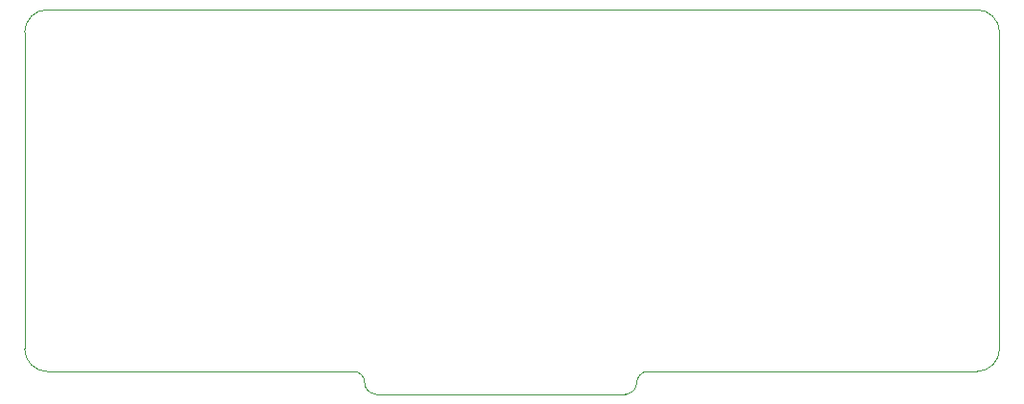
<source format=gm1>
G04 #@! TF.GenerationSoftware,KiCad,Pcbnew,9.0.1-rc2*
G04 #@! TF.CreationDate,2025-11-09T15:09:06-08:00*
G04 #@! TF.ProjectId,bsl_drv_v1,62736c5f-6472-4765-9f76-312e6b696361,rev?*
G04 #@! TF.SameCoordinates,Original*
G04 #@! TF.FileFunction,Profile,NP*
%FSLAX46Y46*%
G04 Gerber Fmt 4.6, Leading zero omitted, Abs format (unit mm)*
G04 Created by KiCad (PCBNEW 9.0.1-rc2) date 2025-11-09 15:09:06*
%MOMM*%
%LPD*%
G01*
G04 APERTURE LIST*
G04 #@! TA.AperFunction,Profile*
%ADD10C,0.050000*%
G04 #@! TD*
G04 APERTURE END LIST*
D10*
X124000000Y-85500000D02*
G75*
G02*
X125999999Y-87499999I-1J-2000000D01*
G01*
X69000000Y-117499998D02*
X42000000Y-117499999D01*
X125999999Y-87500000D02*
X126000000Y-115500000D01*
X94000001Y-118500000D02*
G75*
G02*
X93000000Y-119500001I-1000000J-1D01*
G01*
X69000000Y-117499998D02*
G75*
G02*
X70000000Y-118499999I0J-1000000D01*
G01*
X40000001Y-115499999D02*
X40000000Y-87499999D01*
X93000000Y-119500000D02*
X71000001Y-119500001D01*
X71000001Y-119500001D02*
G75*
G02*
X69999999Y-118500000I-1J1000001D01*
G01*
X42000000Y-85500000D02*
X124000000Y-85500000D01*
X42000000Y-117500000D02*
G75*
G02*
X39999999Y-115499999I0J2000001D01*
G01*
X124000000Y-117499999D02*
X95000000Y-117499999D01*
X40000000Y-87499999D02*
G75*
G02*
X42000000Y-85499999I2000000J0D01*
G01*
X126000000Y-115499999D02*
G75*
G02*
X123999999Y-117500000I-2000001J0D01*
G01*
X94000000Y-118500000D02*
G75*
G02*
X95000001Y-117499998I1000001J1D01*
G01*
M02*

</source>
